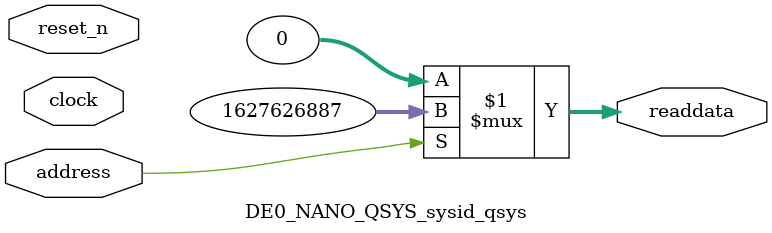
<source format=v>

`timescale 1ns / 1ps
// synthesis translate_on

// turn off superfluous verilog processor warnings 
// altera message_level Level1 
// altera message_off 10034 10035 10036 10037 10230 10240 10030 

module DE0_NANO_QSYS_sysid_qsys (
               // inputs:
                address,
                clock,
                reset_n,

               // outputs:
                readdata
             )
;

  output  [ 31: 0] readdata;
  input            address;
  input            clock;
  input            reset_n;

  wire    [ 31: 0] readdata;
  //control_slave, which is an e_avalon_slave
  assign readdata = address ? 1627626887 : 0;

endmodule




</source>
